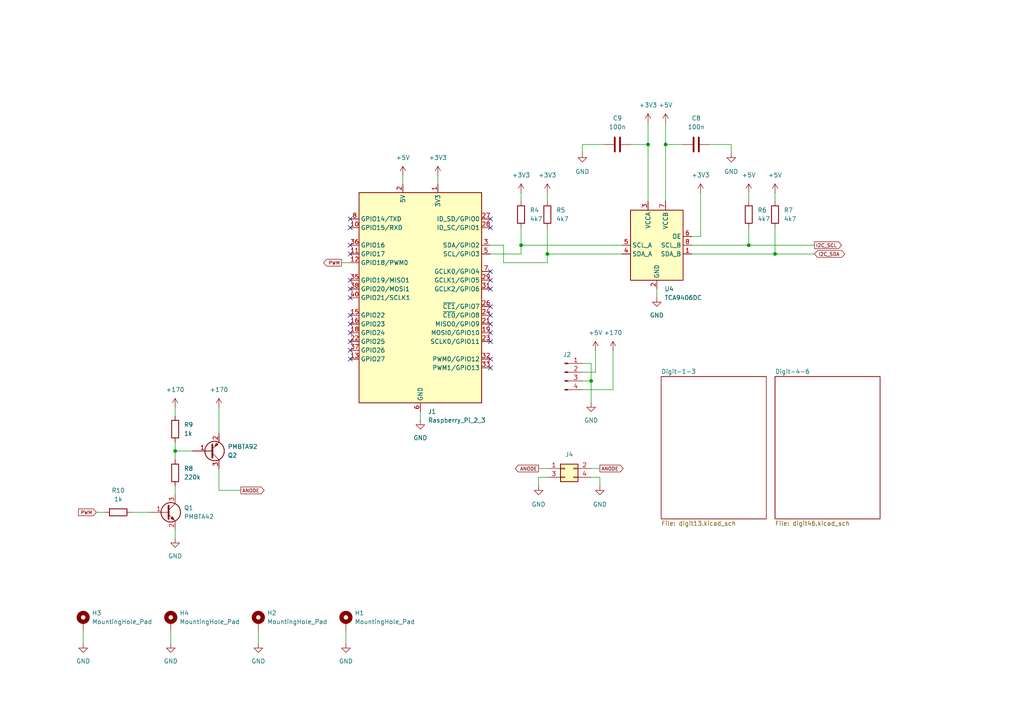
<source format=kicad_sch>
(kicad_sch (version 20231120) (generator "eeschema") (generator_version "8.0")
  (paper "A4")
  (lib_symbols
    (symbol "Connector:Conn_01x04_Pin" (pin_names (offset 1.016) hide)
      (property "Reference" "J" (at 0 5.08 0))
      (property "Value" "Conn_01x04_Pin" (at 0 -7.62 0))
      (symbol "Conn_01x04_Pin_1_1"
        (polyline (pts (xy 1.27 -5.08) (xy 0.8636 -5.08)) (stroke (width 0.1524)))
        (polyline (pts (xy 1.27 -2.54) (xy 0.8636 -2.54)) (stroke (width 0.1524)))
        (polyline (pts (xy 1.27 0) (xy 0.8636 0)) (stroke (width 0.1524)))
        (polyline (pts (xy 1.27 2.54) (xy 0.8636 2.54)) (stroke (width 0.1524)))
        (rectangle (start 0.8636 -4.953) (end 0 -5.207) (stroke (width 0.1524)) (fill (type outline)))
        (rectangle (start 0.8636 -2.413) (end 0 -2.667) (stroke (width 0.1524)) (fill (type outline)))
        (rectangle (start 0.8636 0.127) (end 0 -0.127) (stroke (width 0.1524)) (fill (type outline)))
        (rectangle (start 0.8636 2.667) (end 0 2.413) (stroke (width 0.1524)) (fill (type outline)))
        (pin passive line (at 5.08 2.54 180) (length 3.81) (name "Pin_1") (number "1"))
        (pin passive line (at 5.08 0 180) (length 3.81) (name "Pin_2") (number "2"))
        (pin passive line (at 5.08 -2.54 180) (length 3.81) (name "Pin_3") (number "3"))
        (pin passive line (at 5.08 -5.08 180) (length 3.81) (name "Pin_4") (number "4"))
      )
    )
    (symbol "Connector:Raspberry_Pi_2_3"
      (property "Reference" "J" (at -17.78 31.75 0))
      (property "Value" "Raspberry_Pi_2_3" (at 10.16 -31.75 0))
      (symbol "Raspberry_Pi_2_3_0_1"
        (rectangle (start -17.78 30.48) (end 17.78 -30.48) (stroke (width 0.254)) (fill (type background)))
      )
      (symbol "Raspberry_Pi_2_3_1_1"
        (pin power_in line (at 5.08 33.02 270) (length 2.54) (name "3V3") (number "1"))
        (pin bidirectional line (at -20.32 20.32 0) (length 2.54) (name "GPIO15/RXD") (number "10"))
        (pin bidirectional line (at -20.32 12.7 0) (length 2.54) (name "GPIO17") (number "11"))
        (pin bidirectional line (at -20.32 10.16 0) (length 2.54) (name "GPIO18/PWM0") (number "12"))
        (pin bidirectional line (at -20.32 -17.78 0) (length 2.54) (name "GPIO27") (number "13"))
        (pin passive line (at 0 -33.02 90) (length 2.54) hide (name "GND") (number "14"))
        (pin bidirectional line (at -20.32 -5.08 0) (length 2.54) (name "GPIO22") (number "15"))
        (pin bidirectional line (at -20.32 -7.62 0) (length 2.54) (name "GPIO23") (number "16"))
        (pin passive line (at 5.08 33.02 270) (length 2.54) hide (name "3V3") (number "17"))
        (pin bidirectional line (at -20.32 -10.16 0) (length 2.54) (name "GPIO24") (number "18"))
        (pin bidirectional line (at 20.32 -10.16 180) (length 2.54) (name "MOSI0/GPIO10") (number "19"))
        (pin power_in line (at -5.08 33.02 270) (length 2.54) (name "5V") (number "2"))
        (pin passive line (at 0 -33.02 90) (length 2.54) hide (name "GND") (number "20"))
        (pin bidirectional line (at 20.32 -7.62 180) (length 2.54) (name "MISO0/GPIO9") (number "21"))
        (pin bidirectional line (at -20.32 -12.7 0) (length 2.54) (name "GPIO25") (number "22"))
        (pin bidirectional line (at 20.32 -12.7 180) (length 2.54) (name "SCLK0/GPIO11") (number "23"))
        (pin bidirectional line (at 20.32 -5.08 180) (length 2.54) (name "~{CE0}/GPIO8") (number "24"))
        (pin passive line (at 0 -33.02 90) (length 2.54) hide (name "GND") (number "25"))
        (pin bidirectional line (at 20.32 -2.54 180) (length 2.54) (name "~{CE1}/GPIO7") (number "26"))
        (pin bidirectional line (at 20.32 22.86 180) (length 2.54) (name "ID_SD/GPIO0") (number "27"))
        (pin bidirectional line (at 20.32 20.32 180) (length 2.54) (name "ID_SC/GPIO1") (number "28"))
        (pin bidirectional line (at 20.32 5.08 180) (length 2.54) (name "GCLK1/GPIO5") (number "29"))
        (pin bidirectional line (at 20.32 15.24 180) (length 2.54) (name "SDA/GPIO2") (number "3"))
        (pin passive line (at 0 -33.02 90) (length 2.54) hide (name "GND") (number "30"))
        (pin bidirectional line (at 20.32 2.54 180) (length 2.54) (name "GCLK2/GPIO6") (number "31"))
        (pin bidirectional line (at 20.32 -17.78 180) (length 2.54) (name "PWM0/GPIO12") (number "32"))
        (pin bidirectional line (at 20.32 -20.32 180) (length 2.54) (name "PWM1/GPIO13") (number "33"))
        (pin passive line (at 0 -33.02 90) (length 2.54) hide (name "GND") (number "34"))
        (pin bidirectional line (at -20.32 5.08 0) (length 2.54) (name "GPIO19/MISO1") (number "35"))
        (pin bidirectional line (at -20.32 15.24 0) (length 2.54) (name "GPIO16") (number "36"))
        (pin bidirectional line (at -20.32 -15.24 0) (length 2.54) (name "GPIO26") (number "37"))
        (pin bidirectional line (at -20.32 2.54 0) (length 2.54) (name "GPIO20/MOSI1") (number "38"))
        (pin passive line (at 0 -33.02 90) (length 2.54) hide (name "GND") (number "39"))
        (pin passive line (at -5.08 33.02 270) (length 2.54) hide (name "5V") (number "4"))
        (pin bidirectional line (at -20.32 0 0) (length 2.54) (name "GPIO21/SCLK1") (number "40"))
        (pin bidirectional line (at 20.32 12.7 180) (length 2.54) (name "SCL/GPIO3") (number "5"))
        (pin power_in line (at 0 -33.02 90) (length 2.54) (name "GND") (number "6"))
        (pin bidirectional line (at 20.32 7.62 180) (length 2.54) (name "GCLK0/GPIO4") (number "7"))
        (pin bidirectional line (at -20.32 22.86 0) (length 2.54) (name "GPIO14/TXD") (number "8"))
        (pin passive line (at 0 -33.02 90) (length 2.54) hide (name "GND") (number "9"))
      )
    )
    (symbol "Connector_Generic:Conn_02x02_Odd_Even" (pin_names (offset 1.016) hide)
      (property "Reference" "J" (at 1.27 2.54 0))
      (property "Value" "Conn_02x02_Odd_Even" (at 1.27 -5.08 0))
      (symbol "Conn_02x02_Odd_Even_1_1"
        (rectangle (start -1.27 -2.413) (end 0 -2.667) (stroke (width 0.1524)))
        (rectangle (start -1.27 0.127) (end 0 -0.127) (stroke (width 0.1524)))
        (rectangle (start -1.27 1.27) (end 3.81 -3.81) (stroke (width 0.254)) (fill (type background)))
        (rectangle (start 3.81 -2.413) (end 2.54 -2.667) (stroke (width 0.1524)))
        (rectangle (start 3.81 0.127) (end 2.54 -0.127) (stroke (width 0.1524)))
        (pin passive line (at -5.08 0 0) (length 3.81) (name "Pin_1") (number "1"))
        (pin passive line (at 7.62 0 180) (length 3.81) (name "Pin_2") (number "2"))
        (pin passive line (at -5.08 -2.54 0) (length 3.81) (name "Pin_3") (number "3"))
        (pin passive line (at 7.62 -2.54 180) (length 3.81) (name "Pin_4") (number "4"))
      )
    )
    (symbol "Device:C" (pin_numbers hide) (pin_names (offset 0.254))
      (property "Reference" "C" (at 0.635 2.54 0))
      (property "Value" "C" (at 0.635 -2.54 0))
      (symbol "C_0_1"
        (polyline (pts (xy -2.032 -0.762) (xy 2.032 -0.762)) (stroke (width 0.508)))
        (polyline (pts (xy -2.032 0.762) (xy 2.032 0.762)) (stroke (width 0.508)))
      )
      (symbol "C_1_1"
        (pin passive line (at 0 3.81 270) (length 2.794) (name "~") (number "1"))
        (pin passive line (at 0 -3.81 90) (length 2.794) (name "~") (number "2"))
      )
    )
    (symbol "Device:R" (pin_numbers hide) (pin_names (offset 0))
      (property "Reference" "R" (at 2.032 0 90))
      (property "Value" "R" (at 0 0 90))
      (symbol "R_0_1"
        (rectangle (start -1.016 -2.54) (end 1.016 2.54) (stroke (width 0.254)))
      )
      (symbol "R_1_1"
        (pin passive line (at 0 3.81 270) (length 1.27) (name "~") (number "1"))
        (pin passive line (at 0 -3.81 90) (length 1.27) (name "~") (number "2"))
      )
    )
    (symbol "Interface:TCA9406DC"
      (property "Reference" "U" (at -7.62 11.43 0))
      (property "Value" "TCA9406DC" (at 5.08 11.43 0))
      (symbol "TCA9406DC_0_1"
        (rectangle (start -7.62 10.16) (end 7.62 -10.16) (stroke (width 0.254)) (fill (type background)))
      )
      (symbol "TCA9406DC_1_1"
        (pin bidirectional line (at 10.16 -2.54 180) (length 2.54) (name "SDA_B") (number "1"))
        (pin power_in line (at 0 -12.7 90) (length 2.54) (name "GND") (number "2"))
        (pin power_in line (at -2.54 12.7 270) (length 2.54) (name "VCCA") (number "3"))
        (pin bidirectional line (at -10.16 -2.54 0) (length 2.54) (name "SDA_A") (number "4"))
        (pin bidirectional line (at -10.16 0 0) (length 2.54) (name "SCL_A") (number "5"))
        (pin input line (at 10.16 2.54 180) (length 2.54) (name "OE") (number "6"))
        (pin power_in line (at 2.54 12.7 270) (length 2.54) (name "VCCB") (number "7"))
        (pin bidirectional line (at 10.16 0 180) (length 2.54) (name "SCL_B") (number "8"))
      )
    )
    (symbol "Mechanical:MountingHole_Pad" (pin_numbers hide) (pin_names (offset 1.016) hide) (exclude_from_sim yes) (in_bom no)
      (property "Reference" "H" (at 0 6.35 0))
      (property "Value" "MountingHole_Pad" (at 0 4.445 0))
      (symbol "MountingHole_Pad_0_1"
        (circle (center 0 1.27) (radius 1.27) (stroke (width 1.27)))
      )
      (symbol "MountingHole_Pad_1_1"
        (pin input line (at 0 -2.54 90) (length 2.54) (name "1") (number "1"))
      )
    )
    (symbol "Transistor_BJT:BC846" (pin_names (offset 0) hide)
      (property "Reference" "Q" (at 5.08 1.905 0))
      (property "Value" "BC846" (at 5.08 0 0))
      (symbol "BC846_0_1"
        (polyline (pts (xy 0.635 0.635) (xy 2.54 2.54)))
        (polyline (pts (xy 0.635 -0.635) (xy 2.54 -2.54) (xy 2.54 -2.54)))
        (polyline (pts (xy 0.635 1.905) (xy 0.635 -1.905) (xy 0.635 -1.905)) (stroke (width 0.508)))
        (polyline (pts (xy 1.27 -1.778) (xy 1.778 -1.27) (xy 2.286 -2.286) (xy 1.27 -1.778) (xy 1.27 -1.778)) (fill (type outline)))
        (circle (center 1.27 0) (radius 2.8194) (stroke (width 0.254)))
      )
      (symbol "BC846_1_1"
        (pin input line (at -5.08 0 0) (length 5.715) (name "B") (number "1"))
        (pin passive line (at 2.54 -5.08 90) (length 2.54) (name "E") (number "2"))
        (pin passive line (at 2.54 5.08 270) (length 2.54) (name "C") (number "3"))
      )
    )
    (symbol "Transistor_BJT:BC857" (pin_names (offset 0) hide)
      (property "Reference" "Q" (at 5.08 1.905 0))
      (property "Value" "BC857" (at 5.08 0 0))
      (symbol "BC857_0_1"
        (polyline (pts (xy 0.635 0.635) (xy 2.54 2.54)))
        (polyline (pts (xy 0.635 -0.635) (xy 2.54 -2.54) (xy 2.54 -2.54)))
        (polyline (pts (xy 0.635 1.905) (xy 0.635 -1.905) (xy 0.635 -1.905)) (stroke (width 0.508)))
        (polyline (pts (xy 2.286 -1.778) (xy 1.778 -2.286) (xy 1.27 -1.27) (xy 2.286 -1.778) (xy 2.286 -1.778)) (fill (type outline)))
        (circle (center 1.27 0) (radius 2.8194) (stroke (width 0.254)))
      )
      (symbol "BC857_1_1"
        (pin input line (at -5.08 0 0) (length 5.715) (name "B") (number "1"))
        (pin passive line (at 2.54 -5.08 90) (length 2.54) (name "E") (number "2"))
        (pin passive line (at 2.54 5.08 270) (length 2.54) (name "C") (number "3"))
      )
    )
    (symbol "power:+2V8" (power) (pin_numbers hide) (pin_names (offset 0) hide)
      (property "Value" "+2V8" (at 0 3.556 0))
      (symbol "+2V8_0_1"
        (polyline (pts (xy -0.762 1.27) (xy 0 2.54)))
        (polyline (pts (xy 0 0) (xy 0 2.54)))
        (polyline (pts (xy 0 2.54) (xy 0.762 1.27)))
      )
      (symbol "+2V8_1_1"
        (pin power_in line (at 0 0 90) (length 0) (name "~") (number "1"))
      )
    )
    (symbol "power:+3V3" (power) (pin_numbers hide) (pin_names (offset 0) hide)
      (property "Value" "+3V3" (at 0 3.556 0))
      (symbol "+3V3_0_1"
        (polyline (pts (xy -0.762 1.27) (xy 0 2.54)))
        (polyline (pts (xy 0 0) (xy 0 2.54)))
        (polyline (pts (xy 0 2.54) (xy 0.762 1.27)))
      )
      (symbol "+3V3_1_1"
        (pin power_in line (at 0 0 90) (length 0) (name "~") (number "1"))
      )
    )
    (symbol "power:+5V" (power) (pin_numbers hide) (pin_names (offset 0) hide)
      (property "Value" "+5V" (at 0 3.556 0))
      (symbol "+5V_0_1"
        (polyline (pts (xy -0.762 1.27) (xy 0 2.54)))
        (polyline (pts (xy 0 0) (xy 0 2.54)))
        (polyline (pts (xy 0 2.54) (xy 0.762 1.27)))
      )
      (symbol "+5V_1_1"
        (pin power_in line (at 0 0 90) (length 0) (name "~") (number "1"))
      )
    )
    (symbol "power:GND" (power) (pin_numbers hide) (pin_names (offset 0) hide)
      (property "Value" "GND" (at 0 -3.81 0))
      (symbol "GND_0_1"
        (polyline (pts (xy 0 0) (xy 0 -1.27) (xy 1.27 -1.27) (xy 0 -2.54) (xy -1.27 -1.27) (xy 0 -1.27)))
      )
      (symbol "GND_1_1"
        (pin power_in line (at 0 0 270) (length 0) (name "~") (number "1"))
      )
    )
  )
  (junction (at 193.04 41.91))
  (junction (at 224.79 73.66))
  (junction (at 50.8 130.81))
  (junction (at 187.96 41.91))
  (junction (at 151.13 71.12))
  (junction (at 171.45 110.49))
  (junction (at 158.75 73.66))
  (junction (at 217.17 71.12))
  (no_connect (at 142.24 63.5))
  (no_connect (at 101.6 71.12))
  (no_connect (at 101.6 86.36))
  (no_connect (at 142.24 106.68))
  (no_connect (at 142.24 88.9))
  (no_connect (at 101.6 81.28))
  (no_connect (at 101.6 99.06))
  (no_connect (at 101.6 73.66))
  (no_connect (at 142.24 104.14))
  (no_connect (at 142.24 78.74))
  (no_connect (at 142.24 99.06))
  (no_connect (at 101.6 91.44))
  (no_connect (at 142.24 91.44))
  (no_connect (at 101.6 93.98))
  (no_connect (at 142.24 66.04))
  (no_connect (at 101.6 101.6))
  (no_connect (at 101.6 104.14))
  (no_connect (at 101.6 96.52))
  (no_connect (at 142.24 83.82))
  (no_connect (at 101.6 83.82))
  (no_connect (at 142.24 81.28))
  (no_connect (at 101.6 66.04))
  (no_connect (at 142.24 93.98))
  (no_connect (at 142.24 96.52))
  (no_connect (at 101.6 63.5))
  (wire (pts (xy 151.13 66.04) (xy 151.13 71.12)))
  (wire (pts (xy 100.33 182.88) (xy 100.33 186.69)))
  (wire (pts (xy 50.8 118.11) (xy 50.8 120.65)))
  (wire (pts (xy 158.75 66.04) (xy 158.75 73.66)))
  (wire (pts (xy 193.04 35.56) (xy 193.04 41.91)))
  (wire (pts (xy 171.45 135.89) (xy 173.99 135.89)))
  (wire (pts (xy 190.5 83.82) (xy 190.5 86.36)))
  (wire (pts (xy 158.75 73.66) (xy 158.75 76.2)))
  (wire (pts (xy 38.1 148.59) (xy 43.18 148.59)))
  (wire (pts (xy 193.04 41.91) (xy 198.12 41.91)))
  (wire (pts (xy 203.2 55.88) (xy 203.2 68.58)))
  (wire (pts (xy 168.91 41.91) (xy 168.91 44.45)))
  (wire (pts (xy 63.5 142.24) (xy 69.85 142.24)))
  (wire (pts (xy 158.75 73.66) (xy 180.34 73.66)))
  (wire (pts (xy 156.21 138.43) (xy 156.21 140.97)))
  (wire (pts (xy 63.5 118.11) (xy 63.5 125.73)))
  (wire (pts (xy 187.96 41.91) (xy 187.96 58.42)))
  (wire (pts (xy 50.8 130.81) (xy 50.8 133.35)))
  (wire (pts (xy 74.93 182.88) (xy 74.93 186.69)))
  (wire (pts (xy 171.45 138.43) (xy 173.99 138.43)))
  (wire (pts (xy 30.48 148.59) (xy 27.94 148.59)))
  (wire (pts (xy 205.74 41.91) (xy 212.09 41.91)))
  (wire (pts (xy 173.99 138.43) (xy 173.99 140.97)))
  (wire (pts (xy 158.75 138.43) (xy 156.21 138.43)))
  (wire (pts (xy 187.96 41.91) (xy 182.88 41.91)))
  (wire (pts (xy 101.6 76.2) (xy 99.06 76.2)))
  (wire (pts (xy 168.91 113.03) (xy 177.8 113.03)))
  (wire (pts (xy 200.66 73.66) (xy 224.79 73.66)))
  (wire (pts (xy 175.26 41.91) (xy 168.91 41.91)))
  (wire (pts (xy 121.92 119.38) (xy 121.92 121.92)))
  (wire (pts (xy 217.17 66.04) (xy 217.17 71.12)))
  (wire (pts (xy 142.24 71.12) (xy 146.05 71.12)))
  (wire (pts (xy 151.13 73.66) (xy 151.13 71.12)))
  (wire (pts (xy 156.21 135.89) (xy 158.75 135.89)))
  (wire (pts (xy 63.5 135.89) (xy 63.5 142.24)))
  (wire (pts (xy 50.8 153.67) (xy 50.8 156.21)))
  (wire (pts (xy 172.72 101.6) (xy 172.72 107.95)))
  (wire (pts (xy 193.04 41.91) (xy 193.04 58.42)))
  (wire (pts (xy 50.8 130.81) (xy 55.88 130.81)))
  (wire (pts (xy 151.13 71.12) (xy 180.34 71.12)))
  (wire (pts (xy 200.66 68.58) (xy 203.2 68.58)))
  (wire (pts (xy 200.66 71.12) (xy 217.17 71.12)))
  (wire (pts (xy 116.84 50.8) (xy 116.84 53.34)))
  (wire (pts (xy 171.45 105.41) (xy 168.91 105.41)))
  (wire (pts (xy 172.72 107.95) (xy 168.91 107.95)))
  (wire (pts (xy 146.05 76.2) (xy 146.05 71.12)))
  (wire (pts (xy 224.79 66.04) (xy 224.79 73.66)))
  (wire (pts (xy 158.75 76.2) (xy 146.05 76.2)))
  (wire (pts (xy 177.8 101.6) (xy 177.8 113.03)))
  (wire (pts (xy 24.13 182.88) (xy 24.13 186.69)))
  (wire (pts (xy 217.17 71.12) (xy 236.22 71.12)))
  (wire (pts (xy 49.53 182.88) (xy 49.53 186.69)))
  (wire (pts (xy 158.75 58.42) (xy 158.75 55.88)))
  (wire (pts (xy 224.79 73.66) (xy 236.22 73.66)))
  (wire (pts (xy 168.91 110.49) (xy 171.45 110.49)))
  (wire (pts (xy 224.79 58.42) (xy 224.79 55.88)))
  (wire (pts (xy 50.8 128.27) (xy 50.8 130.81)))
  (wire (pts (xy 127 50.8) (xy 127 53.34)))
  (wire (pts (xy 217.17 58.42) (xy 217.17 55.88)))
  (wire (pts (xy 212.09 41.91) (xy 212.09 44.45)))
  (wire (pts (xy 171.45 110.49) (xy 171.45 105.41)))
  (wire (pts (xy 151.13 58.42) (xy 151.13 55.88)))
  (wire (pts (xy 142.24 73.66) (xy 151.13 73.66)))
  (wire (pts (xy 171.45 116.84) (xy 171.45 110.49)))
  (wire (pts (xy 187.96 35.56) (xy 187.96 41.91)))
  (wire (pts (xy 50.8 140.97) (xy 50.8 143.51)))
  (global_label "ANODE" (shape output) (at 173.99 135.89 0) (effects (font (size 1 1))) (property "Intersheetrefs" "${INTERSHEET_REFS}" (effects (hide yes))))
  (global_label "ANODE" (shape output) (at 69.85 142.24 0) (effects (font (size 1 1))) (property "Intersheetrefs" "${INTERSHEET_REFS}" (effects (hide yes))))
  (global_label "PWM" (shape input) (at 27.94 148.59 180) (effects (font (size 1 1))) (property "Intersheetrefs" "${INTERSHEET_REFS}" (effects (hide yes))))
  (global_label "PWM" (shape output) (at 99.06 76.2 180) (effects (font (size 1 1))) (property "Intersheetrefs" "${INTERSHEET_REFS}" (effects (hide yes))))
  (global_label "I2C_SCL" (shape output) (at 236.22 71.12 0) (effects (font (size 1 1))) (property "Intersheetrefs" "${INTERSHEET_REFS}" (effects (hide yes))))
  (global_label "ANODE" (shape output) (at 156.21 135.89 180) (effects (font (size 1 1))) (property "Intersheetrefs" "${INTERSHEET_REFS}" (effects (hide yes))))
  (global_label "I2C_SDA" (shape bidirectional) (at 236.22 73.66 0) (effects (font (size 1 1))) (property "Intersheetrefs" "${INTERSHEET_REFS}" (effects (hide yes))))
  (symbol (lib_id "Mechanical:MountingHole_Pad") (at 74.93 180.34 0) (unit 1) (exclude_from_sim yes) (in_bom no)
    (property "Reference" "H2" (at 77.47 177.7999 0) (effects (justify left)))
    (property "Value" "MountingHole_Pad" (at 77.47 180.3399 0) (effects (justify left)))
    (property "Footprint" "MountingHole:MountingHole_2.7mm_M2.5_DIN965_Pad" (effects (hide yes)))
    (property "Description" "Mounting Hole with connection" (effects (hide yes)))
  )
  (symbol (lib_id "power:+3V3") (at 187.96 35.56 0) (unit 1)
    (property "Reference" "#PWR017" (effects (hide yes)))
    (property "Value" "+3V3" (at 187.96 30.48 0))
    (property "Description" "Power symbol creates a global label with name \"+3V3\"" (effects (hide yes)))
  )
  (symbol (lib_id "Device:C") (at 179.07 41.91 270) (mirror x) (unit 1)
    (property "Reference" "C9" (at 179.07 34.29 90))
    (property "Value" "100n" (at 179.07 36.83 90))
    (property "Footprint" "Capacitor_SMD:C_0805_2012Metric_Pad1.18x1.45mm_HandSolder" (effects (hide yes)))
    (property "Description" "Unpolarized capacitor" (effects (hide yes)))
  )
  (symbol (lib_id "power:GND") (at 50.8 156.21 0) (unit 1)
    (property "Reference" "#PWR032" (effects (hide yes)))
    (property "Value" "GND" (at 50.8 161.29 0))
    (property "Description" "Power symbol creates a global label with name \"GND\" , ground" (effects (hide yes)))
  )
  (symbol (lib_id "power:GND") (at 156.21 140.97 0) (unit 1)
    (property "Reference" "#PWR055" (effects (hide yes)))
    (property "Value" "GND" (at 156.21 146.304 0))
    (property "Description" "Power symbol creates a global label with name \"GND\" , ground" (effects (hide yes)))
  )
  (symbol (lib_id "Device:R") (at 50.8 137.16 0) (unit 1)
    (property "Reference" "R8" (at 53.34 135.8899 0) (effects (justify left)))
    (property "Value" "220k" (at 53.34 138.4299 0) (effects (justify left)))
    (property "Footprint" "Resistor_SMD:R_1206_3216Metric_Pad1.30x1.75mm_HandSolder" (effects (hide yes)))
    (property "Description" "Resistor" (effects (hide yes)))
  )
  (symbol (lib_id "Device:R") (at 224.79 62.23 0) (unit 1)
    (property "Reference" "R7" (at 227.33 60.9599 0) (effects (justify left)))
    (property "Value" "4k7" (at 227.33 63.4999 0) (effects (justify left)))
    (property "Footprint" "Resistor_SMD:R_0805_2012Metric_Pad1.20x1.40mm_HandSolder" (effects (hide yes)))
    (property "Description" "Resistor" (effects (hide yes)))
  )
  (symbol (lib_id "power:+5V") (at 172.72 101.6 0) (unit 1)
    (property "Reference" "#PWR052" (effects (hide yes)))
    (property "Value" "+5V" (at 172.72 96.52 0))
    (property "Description" "Power symbol creates a global label with name \"+5V\"" (effects (hide yes)))
  )
  (symbol (lib_id "Connector:Raspberry_Pi_2_3") (at 121.92 86.36 0) (unit 1)
    (property "Reference" "J1" (at 124.1141 119.38 0) (effects (justify left)))
    (property "Value" "Raspberry_Pi_2_3" (at 124.1141 121.92 0) (effects (justify left)))
    (property "Footprint" "Module:Raspberry_Pi_Zero_Socketed_THT_FaceDown_MountingHoles" (effects (hide yes)))
    (property "Datasheet" "https://www.raspberrypi.org/documentation/hardware/raspberrypi/schematics/rpi_SCH_3bplus_1p0_reduced.pdf" (effects (hide yes)))
    (property "Description" "expansion header for Raspberry Pi 2 & 3" (effects (hide yes)))
  )
  (symbol (lib_id "power:+5V") (at 116.84 50.8 0) (unit 1)
    (property "Reference" "#PWR07" (effects (hide yes)))
    (property "Value" "+5V" (at 116.84 45.72 0))
    (property "Description" "Power symbol creates a global label with name \"+5V\"" (effects (hide yes)))
  )
  (symbol (lib_id "Device:R") (at 217.17 62.23 0) (unit 1)
    (property "Reference" "R6" (at 219.71 60.9599 0) (effects (justify left)))
    (property "Value" "4k7" (at 219.71 63.4999 0) (effects (justify left)))
    (property "Footprint" "Resistor_SMD:R_0805_2012Metric_Pad1.20x1.40mm_HandSolder" (effects (hide yes)))
    (property "Description" "Resistor" (effects (hide yes)))
  )
  (symbol (lib_id "power:GND") (at 212.09 44.45 0) (unit 1)
    (property "Reference" "#PWR030" (effects (hide yes)))
    (property "Value" "GND" (at 212.09 49.784 0))
    (property "Description" "Power symbol creates a global label with name \"GND\" , ground" (effects (hide yes)))
  )
  (symbol (lib_id "power:GND") (at 24.13 186.69 0) (unit 1)
    (property "Reference" "#PWR043" (effects (hide yes)))
    (property "Value" "GND" (at 24.13 191.77 0))
    (property "Description" "Power symbol creates a global label with name \"GND\" , ground" (effects (hide yes)))
  )
  (symbol (lib_id "Connector_Generic:Conn_02x02_Odd_Even") (at 163.83 135.89 0) (unit 1)
    (property "Reference" "J4" (at 165.1 131.826 0))
    (property "Value" "Conn_02x02_Odd_Even" (effects (hide yes)))
    (property "Footprint" "Connector_PinHeader_2.00mm:PinHeader_2x02_P2.00mm_Vertical" (effects (hide yes)))
    (property "Description" "Generic connector, double row, 02x02, odd/even pin numbering scheme (row 1 odd numbers, row 2 even numbers), script generated (kicad-library-utils/schlib/autogen/connector/)" (effects (hide yes)))
  )
  (symbol (lib_id "power:GND") (at 173.99 140.97 0) (unit 1)
    (property "Reference" "#PWR057" (effects (hide yes)))
    (property "Value" "GND" (at 173.99 146.304 0))
    (property "Description" "Power symbol creates a global label with name \"GND\" , ground" (effects (hide yes)))
  )
  (symbol (lib_id "Mechanical:MountingHole_Pad") (at 100.33 180.34 0) (unit 1) (exclude_from_sim yes) (in_bom no)
    (property "Reference" "H1" (at 102.87 177.7999 0) (effects (justify left)))
    (property "Value" "MountingHole_Pad" (at 102.87 180.3399 0) (effects (justify left)))
    (property "Footprint" "MountingHole:MountingHole_2.7mm_M2.5_DIN965_Pad" (effects (hide yes)))
    (property "Description" "Mounting Hole with connection" (effects (hide yes)))
  )
  (symbol (lib_id "power:GND") (at 74.93 186.69 0) (unit 1)
    (property "Reference" "#PWR042" (effects (hide yes)))
    (property "Value" "GND" (at 74.93 191.77 0))
    (property "Description" "Power symbol creates a global label with name \"GND\" , ground" (effects (hide yes)))
  )
  (symbol (lib_id "power:+3V3") (at 127 50.8 0) (unit 1)
    (property "Reference" "#PWR011" (effects (hide yes)))
    (property "Value" "+3V3" (at 127 45.72 0))
    (property "Description" "Power symbol creates a global label with name \"+3V3\"" (effects (hide yes)))
  )
  (symbol (lib_id "Transistor_BJT:BC846") (at 48.26 148.59 0) (unit 1)
    (property "Reference" "Q1" (at 53.34 147.3199 0) (effects (justify left)))
    (property "Value" "PMBTA42" (at 53.34 149.8599 0) (effects (justify left)))
    (property "Footprint" "Package_TO_SOT_SMD:SOT-23" (effects (hide yes)))
    (property "Datasheet" "https://assets.nexperia.com/documents/data-sheet/BC846_SER.pdf" (effects (hide yes)))
    (property "Description" "0.1A Ic, 65V Vce, NPN Transistor, SOT-23" (effects (hide yes)))
  )
  (symbol (lib_id "Mechanical:MountingHole_Pad") (at 24.13 180.34 0) (unit 1) (exclude_from_sim yes) (in_bom no)
    (property "Reference" "H3" (at 26.67 177.7999 0) (effects (justify left)))
    (property "Value" "MountingHole_Pad" (at 26.67 180.3399 0) (effects (justify left)))
    (property "Footprint" "MountingHole:MountingHole_2.7mm_M2.5_DIN965_Pad" (effects (hide yes)))
    (property "Description" "Mounting Hole with connection" (effects (hide yes)))
  )
  (symbol (lib_id "Device:C") (at 201.93 41.91 90) (unit 1)
    (property "Reference" "C8" (at 201.93 34.29 90))
    (property "Value" "100n" (at 201.93 36.83 90))
    (property "Footprint" "Capacitor_SMD:C_0805_2012Metric_Pad1.18x1.45mm_HandSolder" (effects (hide yes)))
    (property "Description" "Unpolarized capacitor" (effects (hide yes)))
  )
  (symbol (lib_id "power:+5V") (at 217.17 55.88 0) (unit 1)
    (property "Reference" "#PWR039" (effects (hide yes)))
    (property "Value" "+5V" (at 217.17 50.8 0))
    (property "Description" "Power symbol creates a global label with name \"+5V\"" (effects (hide yes)))
  )
  (symbol (lib_id "Interface:TCA9406DC") (at 190.5 71.12 0) (unit 1)
    (property "Reference" "U4" (at 192.6941 83.82 0) (effects (justify left)))
    (property "Value" "TCA9406DC" (at 192.6941 86.36 0) (effects (justify left)))
    (property "Footprint" "Package_SO:SSOP-8_2.95x2.8mm_P0.65mm" (effects (hide yes)))
    (property "Datasheet" "www.ti.com/lit/ds/symlink/tca9406.pdf" (effects (hide yes)))
    (property "Description" "2-Bit Bidirectional 1-MHz, I2C Bus and SMBus Voltage-Level Translator With 8-kV HBM ESD" (effects (hide yes)))
  )
  (symbol (lib_id "power:GND") (at 100.33 186.69 0) (unit 1)
    (property "Reference" "#PWR041" (effects (hide yes)))
    (property "Value" "GND" (at 100.33 191.77 0))
    (property "Description" "Power symbol creates a global label with name \"GND\" , ground" (effects (hide yes)))
  )
  (symbol (lib_id "power:+2V8") (at 50.8 118.11 0) (unit 1)
    (property "Reference" "#PWR058" (effects (hide yes)))
    (property "Value" "+170" (at 50.8 113.03 0))
    (property "Description" "Power symbol creates a global label with name \"+2V8\"" (effects (hide yes)))
  )
  (symbol (lib_id "power:+5V") (at 193.04 35.56 0) (unit 1)
    (property "Reference" "#PWR018" (effects (hide yes)))
    (property "Value" "+5V" (at 193.04 30.48 0))
    (property "Description" "Power symbol creates a global label with name \"+5V\"" (effects (hide yes)))
  )
  (symbol (lib_id "power:+3V3") (at 203.2 55.88 0) (unit 1)
    (property "Reference" "#PWR019" (effects (hide yes)))
    (property "Value" "+3V3" (at 203.2 50.8 0))
    (property "Description" "Power symbol creates a global label with name \"+3V3\"" (effects (hide yes)))
  )
  (symbol (lib_id "Connector:Conn_01x04_Pin") (at 163.83 107.95 0) (unit 1)
    (property "Reference" "J2" (at 164.465 102.87 0))
    (property "Value" "Conn_01x04_Pin" (effects (hide yes)))
    (property "Footprint" "Connector_PinHeader_2.54mm:PinHeader_1x04_P2.54mm_Vertical" (effects (hide yes)))
    (property "Description" "Generic connector, single row, 01x04, script generated" (effects (hide yes)))
  )
  (symbol (lib_id "Device:R") (at 158.75 62.23 0) (unit 1)
    (property "Reference" "R5" (at 161.29 60.9599 0) (effects (justify left)))
    (property "Value" "4k7" (at 161.29 63.4999 0) (effects (justify left)))
    (property "Footprint" "Resistor_SMD:R_0805_2012Metric_Pad1.20x1.40mm_HandSolder" (effects (hide yes)))
    (property "Description" "Resistor" (effects (hide yes)))
  )
  (symbol (lib_id "power:GND") (at 168.91 44.45 0) (mirror y) (unit 1)
    (property "Reference" "#PWR031" (effects (hide yes)))
    (property "Value" "GND" (at 168.91 49.784 0))
    (property "Description" "Power symbol creates a global label with name \"GND\" , ground" (effects (hide yes)))
  )
  (symbol (lib_id "Mechanical:MountingHole_Pad") (at 49.53 180.34 0) (unit 1) (exclude_from_sim yes) (in_bom no)
    (property "Reference" "H4" (at 52.07 177.7999 0) (effects (justify left)))
    (property "Value" "MountingHole_Pad" (at 52.07 180.3399 0) (effects (justify left)))
    (property "Footprint" "MountingHole:MountingHole_2.7mm_M2.5_DIN965_Pad" (effects (hide yes)))
    (property "Description" "Mounting Hole with connection" (effects (hide yes)))
  )
  (symbol (lib_id "power:+2V8") (at 177.8 101.6 0) (unit 1)
    (property "Reference" "#PWR053" (effects (hide yes)))
    (property "Value" "+170" (at 177.8 96.52 0))
    (property "Description" "Power symbol creates a global label with name \"+2V8\"" (effects (hide yes)))
  )
  (symbol (lib_id "power:GND") (at 171.45 116.84 0) (unit 1)
    (property "Reference" "#PWR051" (effects (hide yes)))
    (property "Value" "GND" (at 171.45 121.92 0))
    (property "Description" "Power symbol creates a global label with name \"GND\" , ground" (effects (hide yes)))
  )
  (symbol (lib_id "power:+3V3") (at 158.75 55.88 0) (unit 1)
    (property "Reference" "#PWR010" (effects (hide yes)))
    (property "Value" "+3V3" (at 158.75 50.8 0))
    (property "Description" "Power symbol creates a global label with name \"+3V3\"" (effects (hide yes)))
  )
  (symbol (lib_id "Transistor_BJT:BC857") (at 60.96 130.81 0) (mirror x) (unit 1)
    (property "Reference" "Q2" (at 66.04 132.0801 0) (effects (justify left)))
    (property "Value" "PMBTA92" (at 66.04 129.5401 0) (effects (justify left)))
    (property "Footprint" "Package_TO_SOT_SMD:SOT-23" (effects (hide yes)))
    (property "Datasheet" "https://www.onsemi.com/pub/Collateral/BC860-D.pdf" (effects (hide yes)))
    (property "Description" "0.1A Ic, 45V Vce, PNP Transistor, SOT-23" (effects (hide yes)))
  )
  (symbol (lib_id "power:+3V3") (at 151.13 55.88 0) (unit 1)
    (property "Reference" "#PWR09" (effects (hide yes)))
    (property "Value" "+3V3" (at 151.13 50.8 0))
    (property "Description" "Power symbol creates a global label with name \"+3V3\"" (effects (hide yes)))
  )
  (symbol (lib_id "power:+2V8") (at 63.5 118.11 0) (unit 1)
    (property "Reference" "#PWR059" (effects (hide yes)))
    (property "Value" "+170" (at 63.5 113.03 0))
    (property "Description" "Power symbol creates a global label with name \"+2V8\"" (effects (hide yes)))
  )
  (symbol (lib_id "Device:R") (at 151.13 62.23 0) (unit 1)
    (property "Reference" "R4" (at 153.67 60.9599 0) (effects (justify left)))
    (property "Value" "4k7" (at 153.67 63.4999 0) (effects (justify left)))
    (property "Footprint" "Resistor_SMD:R_0805_2012Metric_Pad1.20x1.40mm_HandSolder" (effects (hide yes)))
    (property "Description" "Resistor" (effects (hide yes)))
  )
  (symbol (lib_id "Device:R") (at 34.29 148.59 90) (unit 1)
    (property "Reference" "R10" (at 34.29 142.24 90))
    (property "Value" "1k" (at 34.29 144.78 90))
    (property "Footprint" "Resistor_SMD:R_0805_2012Metric_Pad1.20x1.40mm_HandSolder" (effects (hide yes)))
    (property "Description" "Resistor" (effects (hide yes)))
  )
  (symbol (lib_id "Device:R") (at 50.8 124.46 0) (unit 1)
    (property "Reference" "R9" (at 53.34 123.1899 0) (effects (justify left)))
    (property "Value" "1k" (at 53.34 125.7299 0) (effects (justify left)))
    (property "Footprint" "Resistor_SMD:R_1206_3216Metric_Pad1.30x1.75mm_HandSolder" (effects (hide yes)))
    (property "Description" "Resistor" (effects (hide yes)))
  )
  (symbol (lib_id "power:GND") (at 190.5 86.36 0) (unit 1)
    (property "Reference" "#PWR020" (effects (hide yes)))
    (property "Value" "GND" (at 190.5 91.44 0))
    (property "Description" "Power symbol creates a global label with name \"GND\" , ground" (effects (hide yes)))
  )
  (symbol (lib_id "power:+5V") (at 224.79 55.88 0) (unit 1)
    (property "Reference" "#PWR040" (effects (hide yes)))
    (property "Value" "+5V" (at 224.79 50.8 0))
    (property "Description" "Power symbol creates a global label with name \"+5V\"" (effects (hide yes)))
  )
  (symbol (lib_id "power:GND") (at 121.92 121.92 0) (unit 1)
    (property "Reference" "#PWR08" (effects (hide yes)))
    (property "Value" "GND" (at 121.92 127 0))
    (property "Description" "Power symbol creates a global label with name \"GND\" , ground" (effects (hide yes)))
  )
  (symbol (lib_id "power:GND") (at 49.53 186.69 0) (unit 1)
    (property "Reference" "#PWR044" (effects (hide yes)))
    (property "Value" "GND" (at 49.53 191.77 0))
    (property "Description" "Power symbol creates a global label with name \"GND\" , ground" (effects (hide yes)))
  )
  (sheet (at 191.77 109.22) (size 30.48 41.275) (stroke (width 0.1524))
    (property "Sheetname" "Digit-1-3" (at 191.77 108.5084 0) (effects (justify left bottom)))
    (property "Sheetfile" "digit13.kicad_sch" (at 191.77 151.0796 0) (effects (justify left top)))
  )
  (sheet (at 224.79 109.22) (size 30.48 41.275) (stroke (width 0.1524))
    (property "Sheetname" "Digit-4-6" (at 224.79 108.5084 0) (effects (justify left bottom)))
    (property "Sheetfile" "digit46.kicad_sch" (at 224.79 151.0796 0) (effects (justify left top)))
  )
)
</source>
